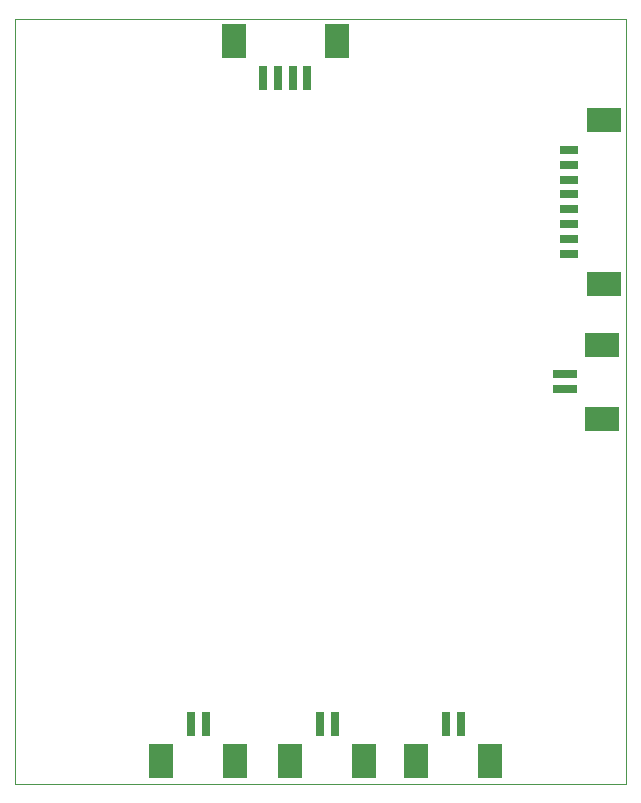
<source format=gbp>
G75*
%MOIN*%
%OFA0B0*%
%FSLAX25Y25*%
%IPPOS*%
%LPD*%
%AMOC8*
5,1,8,0,0,1.08239X$1,22.5*
%
%ADD10C,0.00000*%
%ADD11R,0.03150X0.07874*%
%ADD12R,0.08268X0.11811*%
%ADD13R,0.07874X0.03150*%
%ADD14R,0.11811X0.08268*%
%ADD15R,0.06299X0.03150*%
D10*
X0007983Y0008986D02*
X0007983Y0263946D01*
X0211684Y0263946D01*
X0211684Y0008986D01*
X0007983Y0008986D01*
D11*
X0066523Y0028828D03*
X0071444Y0028828D03*
X0109523Y0028828D03*
X0114444Y0028828D03*
X0151523Y0028828D03*
X0156444Y0028828D03*
X0105365Y0244143D03*
X0100444Y0244143D03*
X0095523Y0244143D03*
X0090602Y0244143D03*
D12*
X0080759Y0256446D03*
X0115208Y0256446D03*
X0124287Y0016525D03*
X0141680Y0016525D03*
X0166287Y0016525D03*
X0099680Y0016525D03*
X0081287Y0016525D03*
X0056680Y0016525D03*
D13*
X0191141Y0140525D03*
X0191141Y0145446D03*
D14*
X0203444Y0155289D03*
X0204070Y0175722D03*
X0203444Y0130682D03*
X0204070Y0230249D03*
D15*
X0192653Y0220210D03*
X0192653Y0215289D03*
X0192653Y0210367D03*
X0192653Y0205446D03*
X0192653Y0200525D03*
X0192653Y0195604D03*
X0192653Y0190682D03*
X0192653Y0185761D03*
M02*

</source>
